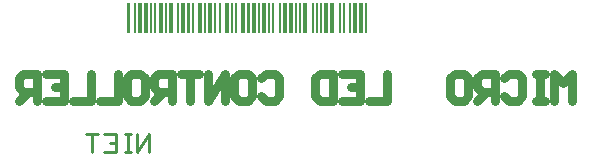
<source format=gbr>
%TF.GenerationSoftware,Altium Limited,Altium Designer,20.0.10 (225)*%
G04 Layer_Color=32896*
%FSLAX26Y26*%
%MOIN*%
%TF.FileFunction,Legend,Bot*%
%TF.Part,Single*%
G01*
G75*
%TA.AperFunction,NonConductor*%
%ADD38C,0.010000*%
%ADD39C,0.030000*%
G36*
X1278352Y641732D02*
X1271456D01*
Y741732D01*
X1278352D01*
Y641732D01*
D02*
G37*
G36*
X1264559D02*
X1250766D01*
Y741732D01*
X1264559D01*
Y641732D01*
D02*
G37*
G36*
X1243869D02*
X1230076D01*
Y741732D01*
X1243869D01*
Y641732D01*
D02*
G37*
G36*
X1223179D02*
X1216283D01*
Y741732D01*
X1223179D01*
Y641732D01*
D02*
G37*
G36*
X1202489D02*
X1195593D01*
Y741732D01*
X1202489D01*
Y641732D01*
D02*
G37*
G36*
X1188696D02*
X1181800D01*
Y741732D01*
X1188696D01*
Y641732D01*
D02*
G37*
G36*
X1168006D02*
X1154213D01*
Y741732D01*
X1168006D01*
Y641732D01*
D02*
G37*
G36*
X1147317D02*
X1133524D01*
Y741732D01*
X1147317D01*
Y641732D01*
D02*
G37*
G36*
X1126627D02*
X1119730D01*
Y741732D01*
X1126627D01*
Y641732D01*
D02*
G37*
G36*
X1112834D02*
X1105937D01*
Y741732D01*
X1112834D01*
Y641732D01*
D02*
G37*
G36*
X1099041D02*
X1092144D01*
Y741732D01*
X1099041D01*
Y641732D01*
D02*
G37*
G36*
X1078351D02*
X1064557D01*
Y741732D01*
X1078351D01*
Y641732D01*
D02*
G37*
G36*
X1057661D02*
X1050764D01*
Y741732D01*
X1057661D01*
Y641732D01*
D02*
G37*
G36*
X1043868D02*
X1036971D01*
Y741732D01*
X1043868D01*
Y641732D01*
D02*
G37*
G36*
X1030074D02*
X1016281D01*
Y741732D01*
X1030074D01*
Y641732D01*
D02*
G37*
G36*
X1009385D02*
X995591D01*
Y741732D01*
X1009385D01*
Y641732D01*
D02*
G37*
G36*
X988695D02*
X981798D01*
Y741732D01*
X988695D01*
Y641732D01*
D02*
G37*
G36*
X968005D02*
X961109D01*
Y741732D01*
X968005D01*
Y641732D01*
D02*
G37*
G36*
X954212D02*
X947315D01*
Y741732D01*
X954212D01*
Y641732D01*
D02*
G37*
G36*
X940419D02*
X926625D01*
Y741732D01*
X940419D01*
Y641732D01*
D02*
G37*
G36*
X919729D02*
X912832D01*
Y741732D01*
X919729D01*
Y641732D01*
D02*
G37*
G36*
X905936D02*
X892143D01*
Y741732D01*
X905936D01*
Y641732D01*
D02*
G37*
G36*
X885246D02*
X878349D01*
Y741732D01*
X885246D01*
Y641732D01*
D02*
G37*
G36*
X871453D02*
X857659D01*
Y741732D01*
X871453D01*
Y641732D01*
D02*
G37*
G36*
X843866D02*
X836970D01*
Y741732D01*
X843866D01*
Y641732D01*
D02*
G37*
G36*
X830073D02*
X823177D01*
Y741732D01*
X830073D01*
Y641732D01*
D02*
G37*
G36*
X816280D02*
X802487D01*
Y741732D01*
X816280D01*
Y641732D01*
D02*
G37*
G36*
X788693D02*
X781797D01*
Y741732D01*
X788693D01*
Y641732D01*
D02*
G37*
G36*
X774900D02*
X768004D01*
Y741732D01*
X774900D01*
Y641732D01*
D02*
G37*
G36*
X761107D02*
X747314D01*
Y741732D01*
X761107D01*
Y641732D01*
D02*
G37*
G36*
X740417D02*
X733521D01*
Y741732D01*
X740417D01*
Y641732D01*
D02*
G37*
G36*
X726624D02*
X712831D01*
Y741732D01*
X726624D01*
Y641732D01*
D02*
G37*
G36*
X699038D02*
X692141D01*
Y741732D01*
X699038D01*
Y641732D01*
D02*
G37*
G36*
X685245D02*
X678348D01*
Y741732D01*
X685245D01*
Y641732D01*
D02*
G37*
G36*
X671451D02*
X657658D01*
Y741732D01*
X671451D01*
Y641732D01*
D02*
G37*
G36*
X650761D02*
X643865D01*
Y741732D01*
X650761D01*
Y641732D01*
D02*
G37*
G36*
X630072D02*
X616279D01*
Y741732D01*
X630072D01*
Y641732D01*
D02*
G37*
G36*
X609382D02*
X602485D01*
Y741732D01*
X609382D01*
Y641732D01*
D02*
G37*
G36*
X595589D02*
X581795D01*
Y741732D01*
X595589D01*
Y641732D01*
D02*
G37*
G36*
X574899D02*
X568002D01*
Y741732D01*
X574899D01*
Y641732D01*
D02*
G37*
G36*
X561106D02*
X554209D01*
Y741732D01*
X561106D01*
Y641732D01*
D02*
G37*
G36*
X547312D02*
X533519D01*
Y741732D01*
X547312D01*
Y641732D01*
D02*
G37*
G36*
X526623D02*
X512830D01*
Y741732D01*
X526623D01*
Y641732D01*
D02*
G37*
G36*
X505933D02*
X499036D01*
Y741732D01*
X505933D01*
Y641732D01*
D02*
G37*
G36*
X485243D02*
X478346D01*
Y741732D01*
X485243D01*
Y641732D01*
D02*
G37*
D38*
X551323Y246220D02*
Y306201D01*
X511336Y246220D01*
Y306201D01*
X491342D02*
X471349D01*
X481345D01*
Y246220D01*
X491342D01*
X471349D01*
X401371Y306201D02*
X441358D01*
Y246220D01*
X401371D01*
X441358Y276211D02*
X421365D01*
X381378Y306201D02*
X341391D01*
X361384D01*
Y246220D01*
D39*
X1959646Y415568D02*
Y505539D01*
X1929655Y475549D01*
X1899665Y505539D01*
Y415568D01*
X1869675Y505539D02*
X1839685D01*
X1854680D01*
Y415568D01*
X1869675D01*
X1839685D01*
X1734718Y490544D02*
X1749714Y505539D01*
X1779704D01*
X1794699Y490544D01*
Y430563D01*
X1779704Y415568D01*
X1749714D01*
X1734718Y430563D01*
X1704728Y415568D02*
Y505539D01*
X1659743D01*
X1644747Y490544D01*
Y460554D01*
X1659743Y445558D01*
X1704728D01*
X1674738D02*
X1644747Y415568D01*
X1569772Y505539D02*
X1599762D01*
X1614757Y490544D01*
Y430563D01*
X1599762Y415568D01*
X1569772D01*
X1554777Y430563D01*
Y490544D01*
X1569772Y505539D01*
X1344844D02*
Y415568D01*
X1284864D01*
X1194893Y505539D02*
X1254874D01*
Y415568D01*
X1194893D01*
X1254874Y460554D02*
X1224883D01*
X1164903Y505539D02*
Y415568D01*
X1119917D01*
X1104922Y430563D01*
Y490544D01*
X1119917Y505539D01*
X1164903D01*
X924980Y490544D02*
X939975Y505539D01*
X969966D01*
X984961Y490544D01*
Y430563D01*
X969966Y415568D01*
X939975D01*
X924980Y430563D01*
X850005Y505539D02*
X879995D01*
X894990Y490544D01*
Y430563D01*
X879995Y415568D01*
X850005D01*
X835009Y430563D01*
Y490544D01*
X850005Y505539D01*
X805019Y415568D02*
Y505539D01*
X745038Y415568D01*
Y505539D01*
X715048D02*
X655068D01*
X685058D01*
Y415568D01*
X625077D02*
Y505539D01*
X580092D01*
X565097Y490544D01*
Y460554D01*
X580092Y445558D01*
X625077D01*
X595087D02*
X565097Y415568D01*
X490121Y505539D02*
X520111D01*
X535106Y490544D01*
Y430563D01*
X520111Y415568D01*
X490121D01*
X475126Y430563D01*
Y490544D01*
X490121Y505539D01*
X445135D02*
Y415568D01*
X385155D01*
X355165Y505539D02*
Y415568D01*
X295184D01*
X205213Y505539D02*
X265194D01*
Y415568D01*
X205213D01*
X265194Y460554D02*
X235203D01*
X175223Y415568D02*
Y505539D01*
X130237D01*
X115242Y490544D01*
Y460554D01*
X130237Y445558D01*
X175223D01*
X145232D02*
X115242Y415568D01*
%TF.MD5,610f08c84097351019f8e8c25c566cf2*%
M02*

</source>
